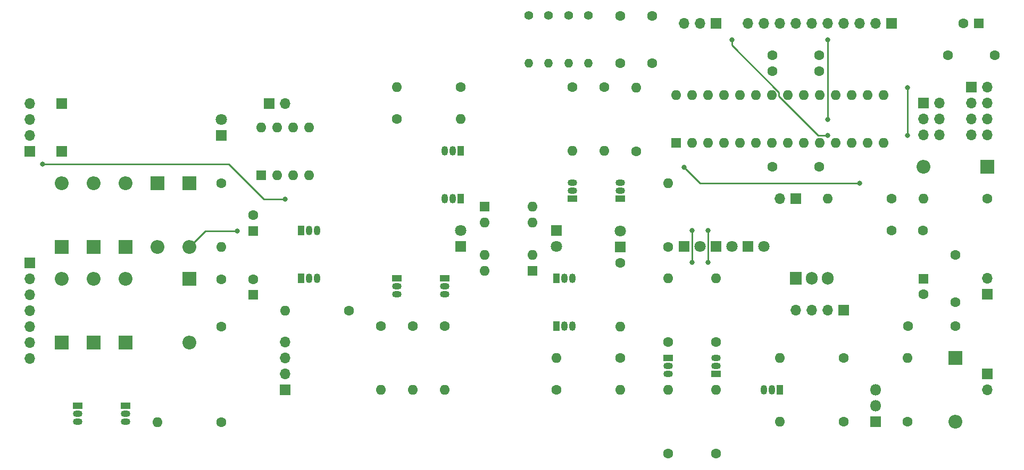
<source format=gbr>
%TF.GenerationSoftware,KiCad,Pcbnew,(7.0.0)*%
%TF.CreationDate,2023-05-24T11:09:11+02:00*%
%TF.ProjectId,Precision-Lapping-Machine,50726563-6973-4696-9f6e-2d4c61707069,rev?*%
%TF.SameCoordinates,Original*%
%TF.FileFunction,Copper,L1,Top*%
%TF.FilePolarity,Positive*%
%FSLAX46Y46*%
G04 Gerber Fmt 4.6, Leading zero omitted, Abs format (unit mm)*
G04 Created by KiCad (PCBNEW (7.0.0)) date 2023-05-24 11:09:11*
%MOMM*%
%LPD*%
G01*
G04 APERTURE LIST*
%TA.AperFunction,ComponentPad*%
%ADD10C,1.600000*%
%TD*%
%TA.AperFunction,ComponentPad*%
%ADD11O,1.600000X1.600000*%
%TD*%
%TA.AperFunction,ComponentPad*%
%ADD12R,1.600000X1.600000*%
%TD*%
%TA.AperFunction,ComponentPad*%
%ADD13R,1.500000X1.050000*%
%TD*%
%TA.AperFunction,ComponentPad*%
%ADD14O,1.500000X1.050000*%
%TD*%
%TA.AperFunction,ComponentPad*%
%ADD15R,1.700000X1.700000*%
%TD*%
%TA.AperFunction,ComponentPad*%
%ADD16O,1.700000X1.700000*%
%TD*%
%TA.AperFunction,ComponentPad*%
%ADD17R,1.800000X1.800000*%
%TD*%
%TA.AperFunction,ComponentPad*%
%ADD18C,1.800000*%
%TD*%
%TA.AperFunction,ComponentPad*%
%ADD19R,2.200000X2.200000*%
%TD*%
%TA.AperFunction,ComponentPad*%
%ADD20O,2.200000X2.200000*%
%TD*%
%TA.AperFunction,ComponentPad*%
%ADD21C,1.400000*%
%TD*%
%TA.AperFunction,ComponentPad*%
%ADD22O,1.400000X1.400000*%
%TD*%
%TA.AperFunction,ComponentPad*%
%ADD23R,1.050000X1.500000*%
%TD*%
%TA.AperFunction,ComponentPad*%
%ADD24O,1.050000X1.500000*%
%TD*%
%TA.AperFunction,ComponentPad*%
%ADD25O,1.800000X1.800000*%
%TD*%
%TA.AperFunction,ComponentPad*%
%ADD26R,1.905000X2.000000*%
%TD*%
%TA.AperFunction,ComponentPad*%
%ADD27O,1.905000X2.000000*%
%TD*%
%TA.AperFunction,ViaPad*%
%ADD28C,0.800000*%
%TD*%
%TA.AperFunction,Conductor*%
%ADD29C,0.250000*%
%TD*%
G04 APERTURE END LIST*
D10*
%TO.P,R18,1*%
%TO.N,Net-(D13-K)*%
X157480000Y-91480000D03*
D11*
%TO.P,R18,2*%
%TO.N,GND*%
X157479999Y-81319999D03*
%TD*%
D10*
%TO.P,R21,1*%
%TO.N,/AVR/PWMA*%
X185420000Y-109220000D03*
D11*
%TO.P,R21,2*%
%TO.N,Net-(Q15-B)*%
X175259999Y-109219999D03*
%TD*%
D10*
%TO.P,R24,1*%
%TO.N,Net-(D16-K)*%
X149860000Y-94020000D03*
D11*
%TO.P,R24,2*%
%TO.N,GND*%
X149859999Y-104179999D03*
%TD*%
D12*
%TO.P,U2,1*%
%TO.N,Net-(Q11-C)*%
X135879999Y-95254999D03*
D11*
%TO.P,U2,2*%
%TO.N,Net-(D12-A)*%
X135879999Y-92714999D03*
%TO.P,U2,3*%
%TO.N,/OptoIsolation/Serial_Gnd*%
X128259999Y-92714999D03*
%TO.P,U2,4*%
%TO.N,Net-(Q8-B)*%
X128259999Y-95254999D03*
%TD*%
D13*
%TO.P,Q8,1,C*%
%TO.N,Net-(Q7-B)*%
X121919999Y-96519999D03*
D14*
%TO.P,Q8,2,B*%
%TO.N,Net-(Q8-B)*%
X121919999Y-97789999D03*
%TO.P,Q8,3,E*%
%TO.N,/OptoIsolation/Serial_Gnd*%
X121919999Y-99059999D03*
%TD*%
D15*
%TO.P,J10,1,Pin_1*%
%TO.N,Net-(J10-Pin_1)*%
X193039999Y-55879999D03*
D16*
%TO.P,J10,2,Pin_2*%
%TO.N,Net-(J10-Pin_2)*%
X190499999Y-55879999D03*
%TO.P,J10,3,Pin_3*%
%TO.N,Net-(J10-Pin_3)*%
X187959999Y-55879999D03*
%TO.P,J10,4,Pin_4*%
%TO.N,Net-(J10-Pin_4)*%
X185419999Y-55879999D03*
%TO.P,J10,5,Pin_5*%
%TO.N,Net-(J10-Pin_5)*%
X182879999Y-55879999D03*
%TO.P,J10,6,Pin_6*%
%TO.N,Net-(J10-Pin_6)*%
X180339999Y-55879999D03*
%TO.P,J10,7,Pin_7*%
%TO.N,Net-(J10-Pin_7)*%
X177799999Y-55879999D03*
%TO.P,J10,8,Pin_8*%
%TO.N,Net-(J10-Pin_8)*%
X175259999Y-55879999D03*
%TO.P,J10,9,Pin_9*%
%TO.N,Net-(J10-Pin_9)*%
X172719999Y-55879999D03*
%TO.P,J10,10,Pin_10*%
%TO.N,Net-(J10-Pin_10)*%
X170179999Y-55879999D03*
%TD*%
D15*
%TO.P,J4,1,Pin_1*%
%TO.N,/Serial/DTR*%
X60959999Y-68599999D03*
%TD*%
D10*
%TO.P,C5,1*%
%TO.N,GND*%
X201990000Y-60960000D03*
%TO.P,C5,2*%
%TO.N,+5V*%
X209490000Y-60960000D03*
%TD*%
%TO.P,R2,1*%
%TO.N,/OptoIsolation/VoutL*%
X106680000Y-101640000D03*
D11*
%TO.P,R2,2*%
%TO.N,Net-(Q1-B)*%
X96519999Y-101639999D03*
%TD*%
D12*
%TO.P,C3,1*%
%TO.N,/OptoIsolation/Vcc*%
X91439999Y-99124887D03*
D10*
%TO.P,C3,2*%
%TO.N,/OptoIsolation/Serial_Gnd*%
X91440000Y-96624888D03*
%TD*%
D17*
%TO.P,D14,1,K*%
%TO.N,Net-(D13-K)*%
X165099999Y-91439999D03*
D18*
%TO.P,D14,2,A*%
%TO.N,Net-(D14-A)*%
X167640000Y-91440000D03*
%TD*%
D12*
%TO.P,J1,1,Pin_1*%
%TO.N,unconnected-(J1-Pin_1-Pad1)*%
X92719999Y-80039999D03*
D11*
%TO.P,J1,2,Pin_2*%
%TO.N,Net-(J1-Pin_2)*%
X95259999Y-80039999D03*
%TO.P,J1,3,Pin_3*%
%TO.N,/OptoIsolation/Serial_Gnd*%
X97799999Y-80039999D03*
%TO.P,J1,4,Pin_4*%
%TO.N,unconnected-(J1-Pin_4-Pad4)*%
X100339999Y-80039999D03*
%TO.P,J1,5,Pin_5*%
%TO.N,/OptoIsolation/Serial_Gnd*%
X100339999Y-72419999D03*
%TO.P,J1,6,Pin_6*%
%TO.N,unconnected-(J1-Pin_6-Pad6)*%
X97799999Y-72419999D03*
%TO.P,J1,7,Pin_7*%
%TO.N,unconnected-(J1-Pin_7-Pad7)*%
X95259999Y-72419999D03*
%TO.P,J1,8,Pin_8*%
%TO.N,/Serial/SGND*%
X92719999Y-72419999D03*
%TD*%
D10*
%TO.P,C14,1*%
%TO.N,Net-(J11-Pin_1)*%
X149860000Y-62170000D03*
%TO.P,C14,2*%
%TO.N,GND*%
X149860000Y-54670000D03*
%TD*%
D19*
%TO.P,D6,1,K*%
%TO.N,/OptoIsolation/Vcc*%
X81279999Y-81319999D03*
D20*
%TO.P,D6,2,A*%
%TO.N,Net-(D5-K)*%
X81279999Y-91479999D03*
%TD*%
D12*
%TO.P,U1,1*%
%TO.N,Net-(Q6-C)*%
X128279999Y-85084999D03*
D11*
%TO.P,U1,2*%
%TO.N,Net-(D11-A)*%
X128279999Y-87624999D03*
%TO.P,U1,3*%
%TO.N,GND*%
X135899999Y-87624999D03*
%TO.P,U1,4*%
%TO.N,Net-(Q9-B)*%
X135899999Y-85084999D03*
%TD*%
D15*
%TO.P,J5,1,Pin_1*%
%TO.N,Net-(D7-A)*%
X93979999Y-68619999D03*
D16*
%TO.P,J5,2,Pin_2*%
%TO.N,/OptoIsolation/Vcc*%
X96519999Y-68619999D03*
%TD*%
D15*
%TO.P,J15,1,Pin_1*%
%TO.N,+12V*%
X208279999Y-111759999D03*
D16*
%TO.P,J15,2,Pin_2*%
%TO.N,/Amplifier/Motor-*%
X208279999Y-114299999D03*
%TD*%
D15*
%TO.P,J2,1,Pin_1*%
%TO.N,/Serial/CD*%
X60959999Y-76219999D03*
%TD*%
D21*
%TO.P,R25,1*%
%TO.N,Net-(J11-Pin_1)*%
X144780000Y-54610000D03*
D22*
%TO.P,R25,2*%
%TO.N,/AVR/IntB*%
X144779999Y-62229999D03*
%TD*%
D19*
%TO.P,D2,1,K*%
%TO.N,/Serial/DTR*%
X66039999Y-91479999D03*
D20*
%TO.P,D2,2,A*%
%TO.N,/OptoIsolation/Serial_Gnd*%
X66039999Y-81319999D03*
%TD*%
D15*
%TO.P,J12,1,Pin_1*%
%TO.N,GND*%
X208279999Y-99059999D03*
D16*
%TO.P,J12,2,Pin_2*%
%TO.N,+12V*%
X208279999Y-96519999D03*
%TD*%
D10*
%TO.P,R10,1*%
%TO.N,+5V*%
X147320000Y-66040000D03*
D11*
%TO.P,R10,2*%
%TO.N,/Inverter/VinL*%
X147319999Y-76199999D03*
%TD*%
D15*
%TO.P,J11,1,Pin_1*%
%TO.N,Net-(J11-Pin_1)*%
X165099999Y-55879999D03*
D16*
%TO.P,J11,2,Pin_2*%
%TO.N,GND*%
X162559999Y-55879999D03*
%TO.P,J11,3,Pin_3*%
%TO.N,Net-(J11-Pin_3)*%
X160019999Y-55879999D03*
%TD*%
D10*
%TO.P,R20,1*%
%TO.N,Net-(D17-A)*%
X193040000Y-83820000D03*
D11*
%TO.P,R20,2*%
%TO.N,Net-(J8-Pin_1)*%
X182879999Y-83819999D03*
%TD*%
D10*
%TO.P,R1,1*%
%TO.N,Net-(D7-K)*%
X86360000Y-81320000D03*
D11*
%TO.P,R1,2*%
%TO.N,/Serial/SGND*%
X86359999Y-91479999D03*
%TD*%
D17*
%TO.P,D11,1,K*%
%TO.N,/OptoIsolation/Serial_Gnd*%
X124459999Y-91439999D03*
D18*
%TO.P,D11,2,A*%
%TO.N,Net-(D11-A)*%
X124460000Y-88900000D03*
%TD*%
D21*
%TO.P,R26,1*%
%TO.N,Net-(J11-Pin_3)*%
X141630000Y-54610000D03*
D22*
%TO.P,R26,2*%
%TO.N,/AVR/IntA*%
X141629999Y-62229999D03*
%TD*%
D15*
%TO.P,J3,1,Pin_1*%
%TO.N,Net-(J3-Pin_1)*%
X55879999Y-76219999D03*
D16*
%TO.P,J3,2,Pin_2*%
%TO.N,/Serial/RXD*%
X55879999Y-73679999D03*
%TO.P,J3,3,Pin_3*%
%TO.N,/Serial/TXD*%
X55879999Y-71139999D03*
%TO.P,J3,4,Pin_4*%
%TO.N,/OptoIsolation/VinL*%
X55879999Y-68599999D03*
%TD*%
D23*
%TO.P,Q5,1,C*%
%TO.N,Net-(Q5-C)*%
X124459999Y-76199999D03*
D24*
%TO.P,Q5,2,B*%
%TO.N,Net-(Q5-B)*%
X123189999Y-76199999D03*
%TO.P,Q5,3,E*%
%TO.N,/OptoIsolation/Vcc*%
X121919999Y-76199999D03*
%TD*%
D10*
%TO.P,R15,1*%
%TO.N,+5V*%
X165100000Y-124460000D03*
D11*
%TO.P,R15,2*%
%TO.N,/Inverter/VoutL*%
X165099999Y-114299999D03*
%TD*%
D10*
%TO.P,R3,1*%
%TO.N,Net-(J6-Pin_2)*%
X86360000Y-119420000D03*
D11*
%TO.P,R3,2*%
%TO.N,Net-(Q3-B)*%
X76199999Y-119419999D03*
%TD*%
D23*
%TO.P,Q2,1,C*%
%TO.N,/OptoIsolation/Serial_Gnd*%
X99059999Y-96519999D03*
D24*
%TO.P,Q2,2,B*%
%TO.N,Net-(Q1-B)*%
X100329999Y-96519999D03*
%TO.P,Q2,3,E*%
%TO.N,Net-(J3-Pin_1)*%
X101599999Y-96519999D03*
%TD*%
D17*
%TO.P,D7,1,K*%
%TO.N,Net-(D7-K)*%
X86359999Y-73699999D03*
D18*
%TO.P,D7,2,A*%
%TO.N,Net-(D7-A)*%
X86360000Y-71160000D03*
%TD*%
D10*
%TO.P,C8,1*%
%TO.N,GND*%
X174050000Y-60960000D03*
%TO.P,C8,2*%
%TO.N,Net-(U3-AREF)*%
X181550000Y-60960000D03*
%TD*%
D19*
%TO.P,D3,1,K*%
%TO.N,/Serial/RTS*%
X71119999Y-91479999D03*
D20*
%TO.P,D3,2,A*%
%TO.N,/OptoIsolation/Serial_Gnd*%
X71119999Y-81319999D03*
%TD*%
D15*
%TO.P,J16,1,Pin_1*%
%TO.N,GND*%
X205739999Y-66039999D03*
D16*
%TO.P,J16,2,Pin_2*%
X205739999Y-68579999D03*
%TO.P,J16,3,Pin_3*%
X205739999Y-71119999D03*
%TO.P,J16,4,Pin_4*%
X205739999Y-73659999D03*
%TO.P,J16,5,Pin_5*%
%TO.N,+5V*%
X208279999Y-66039999D03*
%TO.P,J16,6,Pin_6*%
X208279999Y-68579999D03*
%TO.P,J16,7,Pin_7*%
X208279999Y-71119999D03*
%TO.P,J16,8,Pin_8*%
X208279999Y-73659999D03*
%TD*%
D10*
%TO.P,R9,1*%
%TO.N,+5V*%
X142240000Y-66040000D03*
D11*
%TO.P,R9,2*%
%TO.N,Net-(Q9-B)*%
X142239999Y-76199999D03*
%TD*%
D10*
%TO.P,R19,1*%
%TO.N,+5V*%
X208280000Y-83820000D03*
D11*
%TO.P,R19,2*%
%TO.N,Net-(D17-A)*%
X198119999Y-83819999D03*
%TD*%
D13*
%TO.P,Q10,1,C*%
%TO.N,/Inverter/VinL*%
X149859999Y-83819999D03*
D14*
%TO.P,Q10,2,B*%
%TO.N,Net-(Q10-B)*%
X149859999Y-82549999D03*
%TO.P,Q10,3,E*%
%TO.N,GND*%
X149859999Y-81279999D03*
%TD*%
D10*
%TO.P,R7,1*%
%TO.N,Net-(Q7-B)*%
X116840000Y-104140000D03*
D11*
%TO.P,R7,2*%
%TO.N,/OptoIsolation/Vcc*%
X116839999Y-114299999D03*
%TD*%
D13*
%TO.P,Q13,1,C*%
%TO.N,/AVR/Rx*%
X157479999Y-109219999D03*
D14*
%TO.P,Q13,2,B*%
%TO.N,Net-(Q13-B)*%
X157479999Y-110489999D03*
%TO.P,Q13,3,E*%
%TO.N,GND*%
X157479999Y-111759999D03*
%TD*%
D19*
%TO.P,D8,1,K*%
%TO.N,/OptoIsolation/Vcc*%
X60959999Y-106719999D03*
D20*
%TO.P,D8,2,A*%
%TO.N,/Serial/TXD*%
X60959999Y-96559999D03*
%TD*%
D10*
%TO.P,R12,1*%
%TO.N,Net-(Q11-E)*%
X139700000Y-114300000D03*
D11*
%TO.P,R12,2*%
%TO.N,+5V*%
X149859999Y-114299999D03*
%TD*%
D10*
%TO.P,C13,1*%
%TO.N,GND*%
X154940000Y-62170000D03*
%TO.P,C13,2*%
%TO.N,Net-(J11-Pin_3)*%
X154940000Y-54670000D03*
%TD*%
D19*
%TO.P,D18,1,K*%
%TO.N,+12V*%
X203199999Y-109219999D03*
D20*
%TO.P,D18,2,A*%
%TO.N,/Amplifier/Motor-*%
X203199999Y-119379999D03*
%TD*%
D10*
%TO.P,C12,1*%
%TO.N,GND*%
X198040000Y-88900000D03*
%TO.P,C12,2*%
%TO.N,Net-(D17-A)*%
X193040000Y-88900000D03*
%TD*%
D13*
%TO.P,Q4,1,C*%
%TO.N,/OptoIsolation/Serial_Gnd*%
X63499999Y-116839999D03*
D14*
%TO.P,Q4,2,B*%
%TO.N,Net-(Q3-B)*%
X63499999Y-118109999D03*
%TO.P,Q4,3,E*%
%TO.N,/Serial/CTS*%
X63499999Y-119379999D03*
%TD*%
D17*
%TO.P,D12,1,K*%
%TO.N,GND*%
X139699999Y-88899999D03*
D18*
%TO.P,D12,2,A*%
%TO.N,Net-(D12-A)*%
X139700000Y-91440000D03*
%TD*%
D15*
%TO.P,J6,1,Pin_1*%
%TO.N,/Serial/RTS*%
X96519999Y-114299999D03*
D16*
%TO.P,J6,2,Pin_2*%
%TO.N,Net-(J6-Pin_2)*%
X96519999Y-111759999D03*
%TO.P,J6,3,Pin_3*%
%TO.N,/OptoIsolation/Vcc*%
X96519999Y-109219999D03*
%TO.P,J6,4,Pin_4*%
%TO.N,/OptoIsolation/Serial_Gnd*%
X96519999Y-106679999D03*
%TD*%
D17*
%TO.P,D15,1,K*%
%TO.N,Net-(D13-K)*%
X170179999Y-91439999D03*
D18*
%TO.P,D15,2,A*%
%TO.N,Net-(D15-A)*%
X172720000Y-91440000D03*
%TD*%
D21*
%TO.P,R28,1*%
%TO.N,+5V*%
X135330000Y-54610000D03*
D22*
%TO.P,R28,2*%
%TO.N,/AVR/IntB*%
X135329999Y-62229999D03*
%TD*%
D21*
%TO.P,R27,1*%
%TO.N,/AVR/IntA*%
X138480000Y-54610000D03*
D22*
%TO.P,R27,2*%
%TO.N,+5V*%
X138479999Y-62229999D03*
%TD*%
D10*
%TO.P,R23,1*%
%TO.N,/Amplifier/Motor-*%
X195580000Y-119380000D03*
D11*
%TO.P,R23,2*%
%TO.N,Net-(C10-Pad2)*%
X195579999Y-109219999D03*
%TD*%
D12*
%TO.P,U3,1,~{RESET}/PC6*%
%TO.N,Net-(D17-A)*%
X158759999Y-74919999D03*
D11*
%TO.P,U3,2,PD0*%
%TO.N,/AVR/Rx*%
X161299999Y-74919999D03*
%TO.P,U3,3,PD1*%
%TO.N,/AVR/Tx*%
X163839999Y-74919999D03*
%TO.P,U3,4,PD2*%
%TO.N,Net-(D13-A)*%
X166379999Y-74919999D03*
%TO.P,U3,5,PD3*%
%TO.N,Net-(D14-A)*%
X168919999Y-74919999D03*
%TO.P,U3,6,PD4*%
%TO.N,Net-(D15-A)*%
X171459999Y-74919999D03*
%TO.P,U3,7,VCC*%
%TO.N,+5V*%
X173999999Y-74919999D03*
%TO.P,U3,8,GND*%
%TO.N,GND*%
X176539999Y-74919999D03*
%TO.P,U3,9,XTAL1/PB6*%
%TO.N,Net-(J10-Pin_4)*%
X179079999Y-74919999D03*
%TO.P,U3,10,XTAL2/PB7*%
%TO.N,Net-(J10-Pin_5)*%
X181619999Y-74919999D03*
%TO.P,U3,11,PD5*%
%TO.N,/AVR/PWMB*%
X184159999Y-74919999D03*
%TO.P,U3,12,PD6*%
%TO.N,/AVR/PWMA*%
X186699999Y-74919999D03*
%TO.P,U3,13,PD7*%
%TO.N,Net-(J10-Pin_10)*%
X189239999Y-74919999D03*
%TO.P,U3,14,PB0*%
%TO.N,Net-(J10-Pin_1)*%
X191779999Y-74919999D03*
%TO.P,U3,15,PB1*%
%TO.N,Net-(J10-Pin_2)*%
X191779999Y-67299999D03*
%TO.P,U3,16,PB2*%
%TO.N,Net-(J10-Pin_3)*%
X189239999Y-67299999D03*
%TO.P,U3,17,PB3*%
%TO.N,Net-(J7-MOSI)*%
X186699999Y-67299999D03*
%TO.P,U3,18,PB4*%
%TO.N,Net-(J7-MISO)*%
X184159999Y-67299999D03*
%TO.P,U3,19,PB5*%
%TO.N,Net-(J7-SCK)*%
X181619999Y-67299999D03*
%TO.P,U3,20,AVCC*%
%TO.N,+5V*%
X179079999Y-67299999D03*
%TO.P,U3,21,AREF*%
%TO.N,Net-(U3-AREF)*%
X176539999Y-67299999D03*
%TO.P,U3,22,GND*%
%TO.N,GND*%
X173999999Y-67299999D03*
%TO.P,U3,23,PC0*%
%TO.N,Net-(J10-Pin_6)*%
X171459999Y-67299999D03*
%TO.P,U3,24,PC1*%
%TO.N,Net-(J10-Pin_7)*%
X168919999Y-67299999D03*
%TO.P,U3,25,PC2*%
%TO.N,Net-(J10-Pin_8)*%
X166379999Y-67299999D03*
%TO.P,U3,26,PC3*%
%TO.N,Net-(J10-Pin_9)*%
X163839999Y-67299999D03*
%TO.P,U3,27,PC4*%
%TO.N,/AVR/IntA*%
X161299999Y-67299999D03*
%TO.P,U3,28,PC5*%
%TO.N,/AVR/IntB*%
X158759999Y-67299999D03*
%TD*%
D10*
%TO.P,R4,1*%
%TO.N,Net-(Q5-C)*%
X124460000Y-66040000D03*
D11*
%TO.P,R4,2*%
%TO.N,/OptoIsolation/VinL*%
X114299999Y-66039999D03*
%TD*%
D23*
%TO.P,Q15,1,C*%
%TO.N,Net-(Q15-C)*%
X175259999Y-114299999D03*
D24*
%TO.P,Q15,2,B*%
%TO.N,Net-(Q15-B)*%
X173989999Y-114299999D03*
%TO.P,Q15,3,E*%
%TO.N,+5V*%
X172719999Y-114299999D03*
%TD*%
D19*
%TO.P,D9,1,K*%
%TO.N,/OptoIsolation/Vcc*%
X66039999Y-106719999D03*
D20*
%TO.P,D9,2,A*%
%TO.N,/Serial/DTR*%
X66039999Y-96559999D03*
%TD*%
D23*
%TO.P,Q1,1,C*%
%TO.N,/OptoIsolation/Vcc*%
X99059999Y-88899999D03*
D24*
%TO.P,Q1,2,B*%
%TO.N,Net-(Q1-B)*%
X100329999Y-88899999D03*
%TO.P,Q1,3,E*%
%TO.N,Net-(J3-Pin_1)*%
X101599999Y-88899999D03*
%TD*%
D10*
%TO.P,R22,1*%
%TO.N,Net-(Q16-B)*%
X185420000Y-119380000D03*
D11*
%TO.P,R22,2*%
%TO.N,Net-(Q15-C)*%
X175259999Y-119379999D03*
%TD*%
D17*
%TO.P,Q16,1,E*%
%TO.N,GND*%
X190499999Y-119379999D03*
D25*
%TO.P,Q16,2,C*%
%TO.N,/Amplifier/Motor-*%
X190499999Y-116839999D03*
%TO.P,Q16,3,B*%
%TO.N,Net-(Q16-B)*%
X190499999Y-114299999D03*
%TD*%
D10*
%TO.P,R6,1*%
%TO.N,/OptoIsolation/VoutL*%
X111760000Y-104140000D03*
D11*
%TO.P,R6,2*%
%TO.N,/OptoIsolation/Vcc*%
X111759999Y-114299999D03*
%TD*%
D10*
%TO.P,R11,1*%
%TO.N,+5V*%
X152400000Y-76240000D03*
D11*
%TO.P,R11,2*%
%TO.N,Net-(Q10-B)*%
X152399999Y-66079999D03*
%TD*%
D13*
%TO.P,Q14,1,C*%
%TO.N,/Inverter/VoutL*%
X165099999Y-111759999D03*
D14*
%TO.P,Q14,2,B*%
%TO.N,Net-(Q14-B)*%
X165099999Y-110489999D03*
%TO.P,Q14,3,E*%
%TO.N,GND*%
X165099999Y-109219999D03*
%TD*%
D10*
%TO.P,C2,1*%
%TO.N,/Serial/SGND*%
X86360000Y-96680000D03*
%TO.P,C2,2*%
%TO.N,/OptoIsolation/Serial_Gnd*%
X86360000Y-104180000D03*
%TD*%
%TO.P,R13,1*%
%TO.N,/Inverter/VoutL*%
X149860000Y-109220000D03*
D11*
%TO.P,R13,2*%
%TO.N,Net-(Q11-B)*%
X139699999Y-109219999D03*
%TD*%
D13*
%TO.P,Q7,1,C*%
%TO.N,/OptoIsolation/VoutL*%
X114299999Y-96519999D03*
D14*
%TO.P,Q7,2,B*%
%TO.N,Net-(Q7-B)*%
X114299999Y-97789999D03*
%TO.P,Q7,3,E*%
%TO.N,/OptoIsolation/Serial_Gnd*%
X114299999Y-99059999D03*
%TD*%
D23*
%TO.P,Q11,1,C*%
%TO.N,Net-(Q11-C)*%
X139699999Y-96519999D03*
D24*
%TO.P,Q11,2,B*%
%TO.N,Net-(Q11-B)*%
X140969999Y-96519999D03*
%TO.P,Q11,3,E*%
%TO.N,Net-(Q11-E)*%
X142239999Y-96519999D03*
%TD*%
D10*
%TO.P,C6,1*%
%TO.N,GND*%
X174050000Y-63500000D03*
%TO.P,C6,2*%
%TO.N,+5V*%
X181550000Y-63500000D03*
%TD*%
D15*
%TO.P,J7,1,MISO*%
%TO.N,Net-(J7-MISO)*%
X198119999Y-68579999D03*
D16*
%TO.P,J7,2,VCC*%
%TO.N,+5V*%
X200659999Y-68579999D03*
%TO.P,J7,3,SCK*%
%TO.N,Net-(J7-SCK)*%
X198119999Y-71119999D03*
%TO.P,J7,4,MOSI*%
%TO.N,Net-(J7-MOSI)*%
X200659999Y-71119999D03*
%TO.P,J7,5,~{RST}*%
%TO.N,Net-(D17-A)*%
X198119999Y-73659999D03*
%TO.P,J7,6,GND*%
%TO.N,GND*%
X200659999Y-73659999D03*
%TD*%
D23*
%TO.P,Q12,1,C*%
%TO.N,Net-(Q11-B)*%
X139699999Y-104139999D03*
D24*
%TO.P,Q12,2,B*%
%TO.N,Net-(Q11-E)*%
X140969999Y-104139999D03*
%TO.P,Q12,3,E*%
%TO.N,+5V*%
X142239999Y-104139999D03*
%TD*%
D10*
%TO.P,R16,1*%
%TO.N,/AVR/Rx*%
X157480000Y-106680000D03*
D11*
%TO.P,R16,2*%
%TO.N,+5V*%
X157479999Y-96519999D03*
%TD*%
D15*
%TO.P,J9,1,Pin_1*%
%TO.N,/AVR/PWMA*%
X185419999Y-101599999D03*
D16*
%TO.P,J9,2,Pin_2*%
%TO.N,/AVR/PWMB*%
X182879999Y-101599999D03*
%TO.P,J9,3,Pin_3*%
%TO.N,+12V*%
X180339999Y-101599999D03*
%TO.P,J9,4,Pin_4*%
%TO.N,GND*%
X177799999Y-101599999D03*
%TD*%
D13*
%TO.P,Q9,1,C*%
%TO.N,Net-(Q10-B)*%
X142239999Y-83819999D03*
D14*
%TO.P,Q9,2,B*%
%TO.N,Net-(Q9-B)*%
X142239999Y-82549999D03*
%TO.P,Q9,3,E*%
%TO.N,GND*%
X142239999Y-81279999D03*
%TD*%
D10*
%TO.P,C10,1*%
%TO.N,+12V*%
X203200000Y-104140000D03*
%TO.P,C10,2*%
%TO.N,Net-(C10-Pad2)*%
X195700000Y-104140000D03*
%TD*%
D19*
%TO.P,D5,1,K*%
%TO.N,Net-(D5-K)*%
X81279999Y-96559999D03*
D20*
%TO.P,D5,2,A*%
%TO.N,/Serial/SGND*%
X81279999Y-106719999D03*
%TD*%
D15*
%TO.P,J14,1,Pin_1*%
%TO.N,/Serial/CD*%
X55879999Y-94019999D03*
D16*
%TO.P,J14,2,Pin_2*%
%TO.N,/Serial/RXD*%
X55879999Y-96559999D03*
%TO.P,J14,3,Pin_3*%
%TO.N,/Serial/TXD*%
X55879999Y-99099999D03*
%TO.P,J14,4,Pin_4*%
%TO.N,/Serial/DTR*%
X55879999Y-101639999D03*
%TO.P,J14,5,Pin_5*%
%TO.N,/Serial/SGND*%
X55879999Y-104179999D03*
%TO.P,J14,6,Pin_6*%
%TO.N,/Serial/RTS*%
X55879999Y-106719999D03*
%TO.P,J14,7,Pin_7*%
%TO.N,/Serial/CTS*%
X55879999Y-109259999D03*
%TD*%
D12*
%TO.P,C1,1*%
%TO.N,Net-(D5-K)*%
X91439999Y-88939999D03*
D10*
%TO.P,C1,2*%
%TO.N,Net-(J1-Pin_2)*%
X91440000Y-86440000D03*
%TD*%
%TO.P,R5,1*%
%TO.N,/OptoIsolation/Vcc*%
X114300000Y-71120000D03*
D11*
%TO.P,R5,2*%
%TO.N,Net-(Q5-B)*%
X124459999Y-71119999D03*
%TD*%
D12*
%TO.P,C9,1*%
%TO.N,+12V*%
X198119999Y-96559999D03*
D10*
%TO.P,C9,2*%
%TO.N,GND*%
X198120000Y-99060000D03*
%TD*%
%TO.P,R8,1*%
%TO.N,Net-(Q8-B)*%
X121920000Y-104140000D03*
D11*
%TO.P,R8,2*%
%TO.N,/OptoIsolation/Vcc*%
X121919999Y-114299999D03*
%TD*%
D19*
%TO.P,D4,1,K*%
%TO.N,/Serial/SGND*%
X76199999Y-81319999D03*
D20*
%TO.P,D4,2,A*%
%TO.N,/OptoIsolation/Serial_Gnd*%
X76199999Y-91479999D03*
%TD*%
D19*
%TO.P,D1,1,K*%
%TO.N,/Serial/TXD*%
X60959999Y-91479999D03*
D20*
%TO.P,D1,2,A*%
%TO.N,/OptoIsolation/Serial_Gnd*%
X60959999Y-81319999D03*
%TD*%
D17*
%TO.P,D16,1,K*%
%TO.N,Net-(D16-K)*%
X149859999Y-91479999D03*
D18*
%TO.P,D16,2,A*%
%TO.N,+5V*%
X149860000Y-88940000D03*
%TD*%
D17*
%TO.P,D13,1,K*%
%TO.N,Net-(D13-K)*%
X160019999Y-91439999D03*
D18*
%TO.P,D13,2,A*%
%TO.N,Net-(D13-A)*%
X162560000Y-91440000D03*
%TD*%
D15*
%TO.P,J8,1,Pin_1*%
%TO.N,Net-(J8-Pin_1)*%
X177799999Y-83819999D03*
D16*
%TO.P,J8,2,Pin_2*%
%TO.N,GND*%
X175259999Y-83819999D03*
%TD*%
D19*
%TO.P,D10,1,K*%
%TO.N,/OptoIsolation/Vcc*%
X71119999Y-106719999D03*
D20*
%TO.P,D10,2,A*%
%TO.N,/Serial/RTS*%
X71119999Y-96559999D03*
%TD*%
D12*
%TO.P,C4,1*%
%TO.N,+5V*%
X206969999Y-55879999D03*
D10*
%TO.P,C4,2*%
%TO.N,GND*%
X204470000Y-55880000D03*
%TD*%
D13*
%TO.P,Q3,1,C*%
%TO.N,/OptoIsolation/Vcc*%
X71119999Y-116839999D03*
D14*
%TO.P,Q3,2,B*%
%TO.N,Net-(Q3-B)*%
X71119999Y-118109999D03*
%TO.P,Q3,3,E*%
%TO.N,/Serial/CTS*%
X71119999Y-119379999D03*
%TD*%
D10*
%TO.P,C7,1*%
%TO.N,GND*%
X181550000Y-78740000D03*
%TO.P,C7,2*%
%TO.N,+5V*%
X174050000Y-78740000D03*
%TD*%
D19*
%TO.P,D17,1,K*%
%TO.N,+5V*%
X208279999Y-78739999D03*
D20*
%TO.P,D17,2,A*%
%TO.N,Net-(D17-A)*%
X198119999Y-78739999D03*
%TD*%
D10*
%TO.P,R14,1*%
%TO.N,/Inverter/VinL*%
X157480000Y-124460000D03*
D11*
%TO.P,R14,2*%
%TO.N,Net-(Q13-B)*%
X157479999Y-114299999D03*
%TD*%
D10*
%TO.P,R17,1*%
%TO.N,Net-(Q14-B)*%
X165100000Y-106680000D03*
D11*
%TO.P,R17,2*%
%TO.N,/AVR/Tx*%
X165099999Y-96519999D03*
%TD*%
D10*
%TO.P,C11,1*%
%TO.N,GND*%
X203200000Y-100270000D03*
%TO.P,C11,2*%
%TO.N,+12V*%
X203200000Y-92770000D03*
%TD*%
D23*
%TO.P,Q6,1,C*%
%TO.N,Net-(Q6-C)*%
X124459999Y-83819999D03*
D24*
%TO.P,Q6,2,B*%
%TO.N,Net-(Q5-C)*%
X123189999Y-83819999D03*
%TO.P,Q6,3,E*%
%TO.N,Net-(Q5-B)*%
X121919999Y-83819999D03*
%TD*%
D26*
%TO.P,U4,1,GND*%
%TO.N,GND*%
X177799999Y-96519999D03*
D27*
%TO.P,U4,2,VO*%
%TO.N,+5V*%
X180339999Y-96519999D03*
%TO.P,U4,3,VI*%
%TO.N,+12V*%
X182879999Y-96519999D03*
%TD*%
D28*
%TO.N,Net-(D17-A)*%
X187960000Y-81320000D03*
X160020000Y-78780000D03*
%TO.N,Net-(D5-K)*%
X88900000Y-88940000D03*
%TO.N,/AVR/Rx*%
X161290000Y-93980000D03*
X161290000Y-88900000D03*
%TO.N,/AVR/Tx*%
X163830000Y-93980000D03*
X163830000Y-88900000D03*
%TO.N,Net-(J3-Pin_1)*%
X57897700Y-78257700D03*
X96520000Y-83860000D03*
%TO.N,Net-(J10-Pin_1)*%
X195580000Y-73700000D03*
X195580000Y-66080000D03*
%TO.N,Net-(J10-Pin_5)*%
X182880000Y-58460000D03*
X182880000Y-71160000D03*
%TO.N,Net-(J10-Pin_10)*%
X182880000Y-73700000D03*
X167640000Y-58460000D03*
%TD*%
D29*
%TO.N,Net-(D17-A)*%
X162560000Y-81320000D02*
X160020000Y-78780000D01*
X187960000Y-81320000D02*
X162560000Y-81320000D01*
%TO.N,Net-(D5-K)*%
X88900000Y-88940000D02*
X83820000Y-88940000D01*
X83820000Y-88940000D02*
X81280000Y-91480000D01*
%TO.N,/AVR/Rx*%
X161290000Y-88900000D02*
X161290000Y-93980000D01*
X157637082Y-109220000D02*
X157480000Y-109220000D01*
%TO.N,/AVR/Tx*%
X163830000Y-88900000D02*
X163830000Y-93980000D01*
%TO.N,Net-(J3-Pin_1)*%
X57897700Y-78257700D02*
X87527700Y-78257700D01*
X93130000Y-83860000D02*
X96520000Y-83860000D01*
X87527700Y-78257700D02*
X93130000Y-83860000D01*
%TO.N,Net-(J10-Pin_1)*%
X195580000Y-73700000D02*
X195580000Y-66080000D01*
%TO.N,Net-(J10-Pin_5)*%
X182880000Y-71160000D02*
X182880000Y-58460000D01*
%TO.N,Net-(J10-Pin_10)*%
X182880000Y-73700000D02*
X181349009Y-73700000D01*
X175125000Y-67475991D02*
X175125000Y-66834009D01*
X167640000Y-59349009D02*
X167640000Y-58460000D01*
X181349009Y-73700000D02*
X175125000Y-67475991D01*
X175125000Y-66834009D02*
X167640000Y-59349009D01*
%TD*%
M02*

</source>
